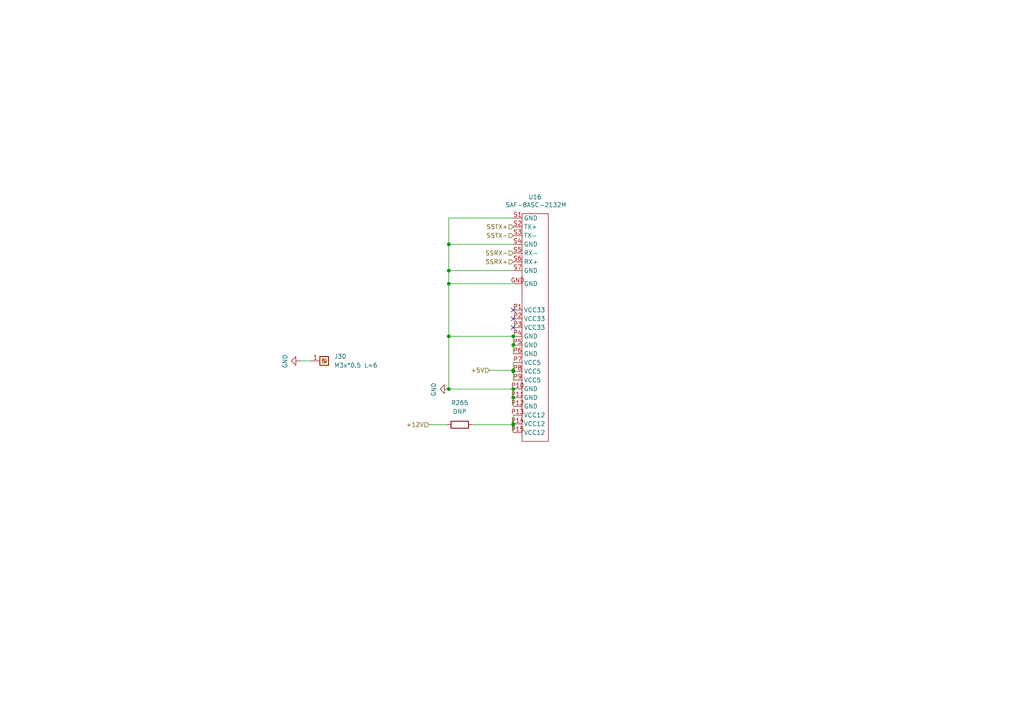
<source format=kicad_sch>
(kicad_sch (version 20231120) (generator "eeschema") (generator_version "8.0")
  (paper "A4")
  (lib_symbols
    (symbol "Device:R" (pin_numbers hide) (pin_names (offset 0))
      (property "Reference" "R" (at 2.032 0 90))
      (property "Value" "R" (at 0 0 90))
      (symbol "R_0_1"
        (rectangle (start -1.016 -2.54) (end 1.016 2.54) (stroke (width 0.254)))
      )
      (symbol "R_1_1"
        (pin passive line (at 0 3.81 270) (length 1.27) (name "~") (number "1"))
        (pin passive line (at 0 -3.81 90) (length 1.27) (name "~") (number "2"))
      )
    )
    (symbol "SATA:SATA"
      (property "Reference" "U16" (at -1.8016 9.6551 0))
      (property "Value" "5622-1200-ML" (at 1.5004 7.6231 0))
      (symbol "SATA_0_1"
        (rectangle (start -2.54 5.08) (end 5.08 -60.96))
      )
      (symbol "SATA_1_1"
        (pin input line (at -5.08 -15.24 0) (length 2.54) (name "GND") (number "GND"))
        (pin input line (at -5.08 -22.86 0) (length 2.54) (name "VCC33") (number "P1"))
        (pin input line (at -5.08 -45.72 0) (length 2.54) (name "GND") (number "P10"))
        (pin input line (at -5.08 -48.26 0) (length 2.54) (name "GND") (number "P11"))
        (pin input line (at -5.08 -50.8 0) (length 2.54) (name "GND") (number "P12"))
        (pin input line (at -5.08 -53.34 0) (length 2.54) (name "VCC12") (number "P13"))
        (pin input line (at -5.08 -55.88 0) (length 2.54) (name "VCC12") (number "P14"))
        (pin input line (at -5.08 -58.42 0) (length 2.54) (name "VCC12") (number "P15"))
        (pin input line (at -5.08 -25.4 0) (length 2.54) (name "VCC33") (number "P2"))
        (pin input line (at -5.08 -27.94 0) (length 2.54) (name "VCC33") (number "P3"))
        (pin input line (at -5.08 -30.48 0) (length 2.54) (name "GND") (number "P4"))
        (pin input line (at -5.08 -33.02 0) (length 2.54) (name "GND") (number "P5"))
        (pin input line (at -5.08 -35.56 0) (length 2.54) (name "GND") (number "P6"))
        (pin input line (at -5.08 -38.1 0) (length 2.54) (name "VCC5") (number "P7"))
        (pin input line (at -5.08 -40.64 0) (length 2.54) (name "VCC5") (number "P8"))
        (pin input line (at -5.08 -43.18 0) (length 2.54) (name "VCC5") (number "P9"))
        (pin input line (at -5.08 3.81 0) (length 2.54) (name "GND") (number "S1"))
        (pin input line (at -5.08 1.27 0) (length 2.54) (name "TX+") (number "S2"))
        (pin input line (at -5.08 -1.27 0) (length 2.54) (name "TX-") (number "S3"))
        (pin input line (at -5.08 -3.81 0) (length 2.54) (name "GND") (number "S4"))
        (pin input line (at -5.08 -6.35 0) (length 2.54) (name "RX-") (number "S5"))
        (pin input line (at -5.08 -8.89 0) (length 2.54) (name "RX+") (number "S6"))
        (pin input line (at -5.08 -11.43 0) (length 2.54) (name "GND") (number "S7"))
      )
    )
    (symbol "Screw_Terminal_01x01_1" (pin_names (offset 1.016) hide)
      (property "Reference" "J30" (at 2.8515 1.2701 0))
      (property "Value" "M3x*0.5 L=6" (at 2.8515 -1.2699 0))
      (symbol "Screw_Terminal_01x01_1_1_1"
        (rectangle (start -1.27 1.27) (end 1.27 -1.27) (stroke (width 0.254)) (fill (type background)))
        (polyline (pts (xy -0.5334 0.3302) (xy 0.3302 -0.508)) (stroke (width 0.1524)))
        (polyline (pts (xy -0.3556 0.508) (xy 0.508 -0.3302)) (stroke (width 0.1524)))
        (circle (center 0 0) (radius 0.635) (stroke (width 0.1524)))
        (pin input line (at -3.81 0 0) (length 2.54) (name "1") (number "1"))
      )
    )
    (symbol "power:GND" (power) (pin_names (offset 0))
      (property "Value" "GND" (at 0 -3.81 0))
      (symbol "GND_0_1"
        (polyline (pts (xy 0 0) (xy 0 -1.27) (xy 1.27 -1.27) (xy 0 -2.54) (xy -1.27 -1.27) (xy 0 -1.27)))
      )
      (symbol "GND_1_1"
        (pin power_in line (at 0 0 270) (length 0) hide (name "GND") (number "1"))
      )
    )
  )
  (junction (at 148.8676 107.4096))
  (junction (at 130.166 78.4891))
  (junction (at 148.8676 97.5391))
  (junction (at 148.8676 100.0791))
  (junction (at 148.8676 112.8509))
  (junction (at 130.166 70.8691))
  (junction (at 130.166 97.5391))
  (junction (at 130.166 112.8509))
  (junction (at 148.8676 122.9391))
  (junction (at 148.8676 123.19))
  (junction (at 148.8676 115.3191))
  (junction (at 148.8676 107.6991))
  (junction (at 130.166 82.2991))
  (no_connect (at 148.8676 94.9991))
  (no_connect (at 148.8676 92.4591))
  (no_connect (at 148.8676 89.9191))
  (wire (pts (xy 137.16 123.19) (xy 148.8676 123.19)))
  (wire (pts (xy 130.166 112.8509) (xy 148.8676 112.8509)))
  (wire (pts (xy 148.8676 115.3191) (xy 148.8676 117.8591)))
  (wire (pts (xy 148.8676 102.6191) (xy 148.8676 100.0791)))
  (wire (pts (xy 130.166 82.2991) (xy 130.166 97.5391)))
  (wire (pts (xy 148.8676 105.1591) (xy 148.8676 107.4096)))
  (wire (pts (xy 148.8676 112.7791) (xy 148.8676 112.8509)))
  (wire (pts (xy 130.166 97.5391) (xy 130.166 112.8509)))
  (wire (pts (xy 87.0756 104.681) (xy 90.2253 104.681)))
  (wire (pts (xy 148.8676 107.4096) (xy 148.8676 107.6991)))
  (wire (pts (xy 130.166 78.4891) (xy 130.166 70.8691)))
  (wire (pts (xy 148.8676 120.3991) (xy 148.8676 122.9391)))
  (wire (pts (xy 130.166 63.2491) (xy 130.166 70.8691)))
  (wire (pts (xy 148.8676 107.4096) (xy 141.9867 107.4096)))
  (wire (pts (xy 148.8676 97.5391) (xy 130.166 97.5391)))
  (wire (pts (xy 124.46 123.19) (xy 129.54 123.19)))
  (wire (pts (xy 148.8676 78.4891) (xy 130.166 78.4891)))
  (wire (pts (xy 148.8676 123.19) (xy 148.8676 125.4791)))
  (wire (pts (xy 148.8676 112.8509) (xy 148.8676 115.3191)))
  (wire (pts (xy 148.8676 110.2391) (xy 148.8676 107.6991)))
  (wire (pts (xy 148.8676 122.9391) (xy 148.8676 123.19)))
  (wire (pts (xy 130.166 78.4891) (xy 130.166 82.2991)))
  (wire (pts (xy 148.8676 63.2491) (xy 130.166 63.2491)))
  (wire (pts (xy 130.166 70.8691) (xy 148.8676 70.8691)))
  (wire (pts (xy 148.8676 100.0791) (xy 148.8676 97.5391)))
  (wire (pts (xy 148.8676 82.2991) (xy 130.166 82.2991)))
  (hierarchical_label "SSTX-" (shape input) (at 148.8676 68.3291 180))
  (hierarchical_label "+5V" (shape input) (at 141.9867 107.4096 180))
  (hierarchical_label "SSRX-" (shape input) (at 148.8676 73.4091 180))
  (hierarchical_label "+12V" (shape input) (at 124.46 123.19 180))
  (hierarchical_label "SSTX+" (shape input) (at 148.8676 65.7891 180))
  (hierarchical_label "SSRX+" (shape input) (at 148.8676 75.9491 180))
  (symbol (lib_id "power:GND") (at 87.0756 104.681 270) (unit 1)
    (property "Reference" "#PWR075" (effects (hide yes)))
    (property "Value" "GND" (at 82.6814 104.808 0))
  )
  (symbol (lib_name "Screw_Terminal_01x01_1") (lib_id "Connector:Screw_Terminal_01x01") (at 94.0353 104.681 0) (unit 1)
    (property "Reference" "J30" (at 96.8868 103.4109 0) (effects (justify left)))
    (property "Value" "M3x*0.5 L=6" (at 96.8868 105.9509 0) (effects (justify left)))
    (property "Footprint" "Footprint:Screw Terminal Shinbo" (effects (hide yes)))
    (property "Description" "Board mounting elevator    M3 hole size, 4 pins PCB-64-M3" (effects (hide yes)))
    (property "MPN" "SMTSO-M3-6ET" (effects (hide yes)))
  )
  (symbol (lib_id "SATA:SATA") (at 153.9476 67.0591 0) (unit 1)
    (property "Reference" "U16" (at 153.162 57.15 0) (effects (justify left)))
    (property "Value" "SAF-8ASC-2132M" (at 155.448 59.436 0))
    (property "Footprint" "SATA_Connector:SATA_Connector_5622-1200-ML" (effects (hide yes)))
    (property "MPN" "SAF-8ASC-2132M" (effects (hide yes)))
  )
  (symbol (lib_id "power:GND") (at 130.166 112.8509 270) (unit 1)
    (property "Reference" "#PWR069" (effects (hide yes)))
    (property "Value" "GND" (at 125.7718 112.9779 0))
  )
  (symbol (lib_id "Device:R") (at 133.35 123.19 270) (unit 1)
    (property "Reference" "R265" (at 133.35 116.84 90))
    (property "Value" "DNP" (at 133.35 119.38 90))
    (property "Footprint" "Resistor_SMD:R_0603_1608Metric" (effects (hide yes)))
    (property "Description" "Resistor" (effects (hide yes)))
  )
)
</source>
